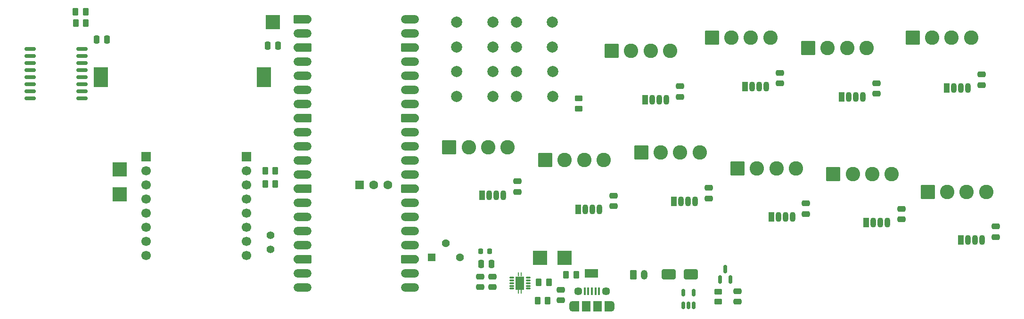
<source format=gbr>
%TF.GenerationSoftware,KiCad,Pcbnew,9.0.2*%
%TF.CreationDate,2025-05-27T01:48:19-04:00*%
%TF.ProjectId,JF-Clock_template_rpi,4a462d43-6c6f-4636-9b5f-74656d706c61,rev?*%
%TF.SameCoordinates,Original*%
%TF.FileFunction,Soldermask,Top*%
%TF.FilePolarity,Negative*%
%FSLAX46Y46*%
G04 Gerber Fmt 4.6, Leading zero omitted, Abs format (unit mm)*
G04 Created by KiCad (PCBNEW 9.0.2) date 2025-05-27 01:48:19*
%MOMM*%
%LPD*%
G01*
G04 APERTURE LIST*
G04 Aperture macros list*
%AMRoundRect*
0 Rectangle with rounded corners*
0 $1 Rounding radius*
0 $2 $3 $4 $5 $6 $7 $8 $9 X,Y pos of 4 corners*
0 Add a 4 corners polygon primitive as box body*
4,1,4,$2,$3,$4,$5,$6,$7,$8,$9,$2,$3,0*
0 Add four circle primitives for the rounded corners*
1,1,$1+$1,$2,$3*
1,1,$1+$1,$4,$5*
1,1,$1+$1,$6,$7*
1,1,$1+$1,$8,$9*
0 Add four rect primitives between the rounded corners*
20,1,$1+$1,$2,$3,$4,$5,0*
20,1,$1+$1,$4,$5,$6,$7,0*
20,1,$1+$1,$6,$7,$8,$9,0*
20,1,$1+$1,$8,$9,$2,$3,0*%
%AMFreePoly0*
4,1,37,0.800000,0.796148,0.878414,0.796148,1.032228,0.765552,1.177117,0.705537,1.307515,0.618408,1.418408,0.507515,1.505537,0.377117,1.565552,0.232228,1.596148,0.078414,1.596148,-0.078414,1.565552,-0.232228,1.505537,-0.377117,1.418408,-0.507515,1.307515,-0.618408,1.177117,-0.705537,1.032228,-0.765552,0.878414,-0.796148,0.800000,-0.796148,0.800000,-0.800000,-1.400000,-0.800000,
-1.403843,-0.796157,-1.439018,-0.796157,-1.511114,-0.766294,-1.566294,-0.711114,-1.596157,-0.639018,-1.596157,-0.603843,-1.600000,-0.600000,-1.600000,0.600000,-1.596157,0.603843,-1.596157,0.639018,-1.566294,0.711114,-1.511114,0.766294,-1.439018,0.796157,-1.403843,0.796157,-1.400000,0.800000,0.800000,0.800000,0.800000,0.796148,0.800000,0.796148,$1*%
%AMFreePoly1*
4,1,37,1.403843,0.796157,1.439018,0.796157,1.511114,0.766294,1.566294,0.711114,1.596157,0.639018,1.596157,0.603843,1.600000,0.600000,1.600000,-0.600000,1.596157,-0.603843,1.596157,-0.639018,1.566294,-0.711114,1.511114,-0.766294,1.439018,-0.796157,1.403843,-0.796157,1.400000,-0.800000,-0.800000,-0.800000,-0.800000,-0.796148,-0.878414,-0.796148,-1.032228,-0.765552,-1.177117,-0.705537,
-1.307515,-0.618408,-1.418408,-0.507515,-1.505537,-0.377117,-1.565552,-0.232228,-1.596148,-0.078414,-1.596148,0.078414,-1.565552,0.232228,-1.505537,0.377117,-1.418408,0.507515,-1.307515,0.618408,-1.177117,0.705537,-1.032228,0.765552,-0.878414,0.796148,-0.800000,0.796148,-0.800000,0.800000,1.400000,0.800000,1.403843,0.796157,1.403843,0.796157,$1*%
G04 Aperture macros list end*
%ADD10R,1.000000X1.500000*%
%ADD11R,1.700000X1.700000*%
%ADD12C,1.700000*%
%ADD13RoundRect,0.250000X0.250000X0.475000X-0.250000X0.475000X-0.250000X-0.475000X0.250000X-0.475000X0*%
%ADD14R,1.070000X1.800000*%
%ADD15O,1.070000X1.800000*%
%ADD16RoundRect,0.250000X-0.475000X0.250000X-0.475000X-0.250000X0.475000X-0.250000X0.475000X0.250000X0*%
%ADD17C,2.000000*%
%ADD18R,2.500000X2.500000*%
%ADD19RoundRect,0.250000X-1.050000X-1.050000X1.050000X-1.050000X1.050000X1.050000X-1.050000X1.050000X0*%
%ADD20C,2.600000*%
%ADD21RoundRect,0.250000X-0.450000X0.262500X-0.450000X-0.262500X0.450000X-0.262500X0.450000X0.262500X0*%
%ADD22RoundRect,0.250000X-0.262500X-0.450000X0.262500X-0.450000X0.262500X0.450000X-0.262500X0.450000X0*%
%ADD23RoundRect,0.102000X-0.611000X-0.611000X0.611000X-0.611000X0.611000X0.611000X-0.611000X0.611000X0*%
%ADD24C,1.426000*%
%ADD25FreePoly0,0.000000*%
%ADD26RoundRect,0.800000X-0.800000X-0.000010X0.800000X-0.000010X0.800000X0.000010X-0.800000X0.000010X0*%
%ADD27FreePoly1,0.000000*%
%ADD28RoundRect,0.200000X-0.600000X-0.600000X0.600000X-0.600000X0.600000X0.600000X-0.600000X0.600000X0*%
%ADD29C,1.600000*%
%ADD30RoundRect,0.250000X-0.350000X-0.625000X0.350000X-0.625000X0.350000X0.625000X-0.350000X0.625000X0*%
%ADD31O,1.200000X1.750000*%
%ADD32R,2.600000X3.600000*%
%ADD33RoundRect,0.150000X0.150000X-0.587500X0.150000X0.587500X-0.150000X0.587500X-0.150000X-0.587500X0*%
%ADD34RoundRect,0.250000X0.262500X0.450000X-0.262500X0.450000X-0.262500X-0.450000X0.262500X-0.450000X0*%
%ADD35RoundRect,0.218750X0.218750X0.256250X-0.218750X0.256250X-0.218750X-0.256250X0.218750X-0.256250X0*%
%ADD36R,0.280000X0.280000*%
%ADD37O,0.850000X0.280000*%
%ADD38C,0.600000*%
%ADD39R,0.680000X1.050000*%
%ADD40R,0.260000X0.500000*%
%ADD41R,0.280000X0.700000*%
%ADD42R,1.650000X2.400000*%
%ADD43R,0.400000X1.350000*%
%ADD44O,1.200000X1.900000*%
%ADD45R,1.200000X1.900000*%
%ADD46C,1.450000*%
%ADD47R,1.500000X1.900000*%
%ADD48RoundRect,0.150000X-0.875000X-0.150000X0.875000X-0.150000X0.875000X0.150000X-0.875000X0.150000X0*%
%ADD49RoundRect,0.250000X1.000000X0.650000X-1.000000X0.650000X-1.000000X-0.650000X1.000000X-0.650000X0*%
%ADD50C,1.400000*%
%ADD51RoundRect,0.150000X0.150000X-0.512500X0.150000X0.512500X-0.150000X0.512500X-0.150000X-0.512500X0*%
%ADD52RoundRect,0.250000X-0.250000X-0.475000X0.250000X-0.475000X0.250000X0.475000X-0.250000X0.475000X0*%
G04 APERTURE END LIST*
%TO.C,JP1*%
G36*
X186138000Y-128597000D02*
G01*
X185838000Y-128597000D01*
X185838000Y-127097000D01*
X186138000Y-127097000D01*
X186138000Y-128597000D01*
G37*
%TD*%
D10*
%TO.C,JP1*%
X186638000Y-127847000D03*
X185338000Y-127847000D03*
%TD*%
D11*
%TO.C,J14*%
X124015500Y-106860000D03*
D12*
X124015500Y-109400000D03*
X124015500Y-111940000D03*
X124015500Y-114480000D03*
X124015500Y-117020000D03*
X124015500Y-119560000D03*
X124015500Y-122100000D03*
X124015500Y-124640000D03*
%TD*%
D13*
%TO.C,C14*%
X168050000Y-126150000D03*
X166150000Y-126150000D03*
%TD*%
D14*
%TO.C,Dm6*%
X252345000Y-121850000D03*
D15*
X253615000Y-121850000D03*
X254885000Y-121850000D03*
X256155000Y-121850000D03*
%TD*%
D16*
%TO.C,C15*%
X168250000Y-128450000D03*
X168250000Y-130350000D03*
%TD*%
%TO.C,C3*%
X237250000Y-93650000D03*
X237250000Y-95550000D03*
%TD*%
D13*
%TO.C,C13*%
X129700000Y-86850000D03*
X127800000Y-86850000D03*
%TD*%
D17*
%TO.C,SW4*%
X172550000Y-91550000D03*
X179050000Y-91550000D03*
X172550000Y-96050000D03*
X179050000Y-96050000D03*
%TD*%
D18*
%TO.C,TP3*%
X176800000Y-125100000D03*
%TD*%
D16*
%TO.C,C12*%
X212250000Y-131050000D03*
X212250000Y-132950000D03*
%TD*%
D19*
%TO.C,J1*%
X189650000Y-87817500D03*
D20*
X193150000Y-87817500D03*
X196650000Y-87817500D03*
X200150000Y-87817500D03*
%TD*%
D21*
%TO.C,R1*%
X183750000Y-96387500D03*
X183750000Y-98212500D03*
%TD*%
D22*
%TO.C,R6*%
X127403000Y-109430000D03*
X129228000Y-109430000D03*
%TD*%
D14*
%TO.C,Dh1*%
X195640000Y-96617500D03*
D15*
X196910000Y-96617500D03*
X198180000Y-96617500D03*
X199450000Y-96617500D03*
%TD*%
D18*
%TO.C,TP5*%
X101265500Y-113660000D03*
%TD*%
%TO.C,TP1*%
X128750000Y-82600000D03*
%TD*%
D19*
%TO.C,J4*%
X243700000Y-85400000D03*
D20*
X247200000Y-85400000D03*
X250700000Y-85400000D03*
X254200000Y-85400000D03*
%TD*%
D16*
%TO.C,C10*%
X258655000Y-119400000D03*
X258655000Y-121300000D03*
%TD*%
%TO.C,C2*%
X219900000Y-91750000D03*
X219900000Y-93650000D03*
%TD*%
D19*
%TO.C,J8*%
X212250000Y-108950000D03*
D20*
X215750000Y-108950000D03*
X219250000Y-108950000D03*
X222750000Y-108950000D03*
%TD*%
D14*
%TO.C,Dm3*%
X200830000Y-114917500D03*
D15*
X202100000Y-114917500D03*
X203370000Y-114917500D03*
X204640000Y-114917500D03*
%TD*%
D18*
%TO.C,TP4*%
X101265500Y-109110000D03*
%TD*%
D17*
%TO.C,SW2*%
X172500000Y-82650000D03*
X179000000Y-82650000D03*
X172500000Y-87150000D03*
X179000000Y-87150000D03*
%TD*%
D23*
%TO.C,VR1*%
X157310000Y-124950000D03*
D24*
X159850000Y-122410000D03*
X162390000Y-124950000D03*
%TD*%
D16*
%TO.C,C1*%
X201900000Y-94167500D03*
X201900000Y-96067500D03*
%TD*%
D14*
%TO.C,Dm1*%
X166390000Y-113767500D03*
D15*
X167660000Y-113767500D03*
X168930000Y-113767500D03*
X170200000Y-113767500D03*
%TD*%
D25*
%TO.C,A1*%
X134060000Y-82095000D03*
D26*
X134060000Y-84635000D03*
D27*
X134060000Y-87175000D03*
D26*
X134060000Y-89715000D03*
X134060000Y-92255000D03*
X134060000Y-94795000D03*
X134060000Y-97335000D03*
D27*
X134060000Y-99875000D03*
D26*
X134060000Y-102415000D03*
X134060000Y-104955000D03*
X134060000Y-107495000D03*
X134060000Y-110035000D03*
D27*
X134060000Y-112575000D03*
D26*
X134060000Y-115115000D03*
X134060000Y-117655000D03*
X134060000Y-120195000D03*
X134060000Y-122735000D03*
D27*
X134060000Y-125275000D03*
D26*
X134060000Y-127815000D03*
X134060000Y-130355000D03*
X153440000Y-130355000D03*
X153440000Y-127815000D03*
D25*
X153440000Y-125275000D03*
D26*
X153440000Y-122735000D03*
X153440000Y-120195000D03*
X153440000Y-117655000D03*
X153440000Y-115115000D03*
D25*
X153440000Y-112575000D03*
D26*
X153440000Y-110035000D03*
X153440000Y-107495000D03*
X153440000Y-104955000D03*
X153440000Y-102415000D03*
D25*
X153440000Y-99875000D03*
D26*
X153440000Y-97335000D03*
X153440000Y-94795000D03*
X153440000Y-92255000D03*
X153440000Y-89715000D03*
D25*
X153440000Y-87175000D03*
D26*
X153440000Y-84635000D03*
X153440000Y-82095000D03*
D28*
X144334100Y-111925000D03*
D29*
X146874100Y-111925000D03*
X149414100Y-111925000D03*
%TD*%
D30*
%TO.C,J12*%
X193500000Y-128150000D03*
D31*
X195500000Y-128150000D03*
%TD*%
D32*
%TO.C,BT2*%
X127150000Y-92550000D03*
X97850000Y-92550000D03*
%TD*%
D17*
%TO.C,SW3*%
X161800000Y-91550000D03*
X168300000Y-91550000D03*
X161800000Y-96050000D03*
X168300000Y-96050000D03*
%TD*%
D14*
%TO.C,Dh3*%
X230990000Y-96100000D03*
D15*
X232260000Y-96100000D03*
X233530000Y-96100000D03*
X234800000Y-96100000D03*
%TD*%
D16*
%TO.C,C16*%
X166000000Y-128450000D03*
X166000000Y-130350000D03*
%TD*%
%TO.C,C9*%
X241700000Y-116232500D03*
X241700000Y-118132500D03*
%TD*%
D14*
%TO.C,Dm4*%
X218340000Y-117700000D03*
D15*
X219610000Y-117700000D03*
X220880000Y-117700000D03*
X222150000Y-117700000D03*
%TD*%
D33*
%TO.C,Q1*%
X209100000Y-128987500D03*
X211000000Y-128987500D03*
X210050000Y-127112500D03*
%TD*%
D22*
%TO.C,R7*%
X127403000Y-111730000D03*
X129228000Y-111730000D03*
%TD*%
D34*
%TO.C,R4*%
X178350500Y-129449500D03*
X176525500Y-129449500D03*
%TD*%
D16*
%TO.C,C4*%
X256080000Y-92070000D03*
X256080000Y-93970000D03*
%TD*%
D35*
%TO.C,L1*%
X167687500Y-123850000D03*
X166112500Y-123850000D03*
%TD*%
D21*
%TO.C,R3*%
X208750000Y-131125000D03*
X208750000Y-132950000D03*
%TD*%
D19*
%TO.C,J7*%
X194950000Y-106067500D03*
D20*
X198450000Y-106067500D03*
X201950000Y-106067500D03*
X205450000Y-106067500D03*
%TD*%
D11*
%TO.C,J13*%
X106015500Y-106830000D03*
D12*
X106015500Y-109370000D03*
X106015500Y-111910000D03*
X106015500Y-114450000D03*
X106015500Y-116990000D03*
X106015500Y-119530000D03*
X106015500Y-122070000D03*
X106015500Y-124610000D03*
%TD*%
D22*
%TO.C,R2*%
X181463000Y-128149500D03*
X183288000Y-128149500D03*
%TD*%
D17*
%TO.C,SW1*%
X161800000Y-82650000D03*
X168300000Y-82650000D03*
X161800000Y-87150000D03*
X168300000Y-87150000D03*
%TD*%
D16*
%TO.C,C11*%
X180488000Y-130799500D03*
X180488000Y-132699500D03*
%TD*%
D19*
%TO.C,J3*%
X224950000Y-87267500D03*
D20*
X228450000Y-87267500D03*
X231950000Y-87267500D03*
X235450000Y-87267500D03*
%TD*%
D19*
%TO.C,J9*%
X229450000Y-109950000D03*
D20*
X232950000Y-109950000D03*
X236450000Y-109950000D03*
X239950000Y-109950000D03*
%TD*%
D18*
%TO.C,TP2*%
X181200000Y-125100000D03*
%TD*%
D19*
%TO.C,J10*%
X246435000Y-113187500D03*
D20*
X249935000Y-113187500D03*
X253435000Y-113187500D03*
X256935000Y-113187500D03*
%TD*%
D36*
%TO.C,U2*%
X171378000Y-128599500D03*
D37*
X171663000Y-128599500D03*
D36*
X171378000Y-129099500D03*
D37*
X171663000Y-129099500D03*
D36*
X171378000Y-129599500D03*
D37*
X171663000Y-129599500D03*
D36*
X171378000Y-130099500D03*
D37*
X171663000Y-130099500D03*
D36*
X171378000Y-130599500D03*
D37*
X171663000Y-130599500D03*
X174613000Y-130599500D03*
D36*
X174898000Y-130599500D03*
D37*
X174613000Y-130099500D03*
D36*
X174898000Y-130099500D03*
D37*
X174613000Y-129599500D03*
D36*
X174898000Y-129599500D03*
D37*
X174613000Y-129099500D03*
D36*
X174898000Y-129099500D03*
D37*
X174613000Y-128599500D03*
D36*
X174898000Y-128599500D03*
D38*
X172638000Y-128849500D03*
X172638000Y-130349500D03*
D39*
X172688000Y-128964500D03*
X172688000Y-130234500D03*
D40*
X172888000Y-127969500D03*
D41*
X172888000Y-128049500D03*
X172888000Y-131149500D03*
D40*
X172888000Y-131229500D03*
D38*
X173138000Y-129599500D03*
D42*
X173138000Y-129599500D03*
D40*
X173388000Y-127969500D03*
D41*
X173388000Y-128049500D03*
X173388000Y-131149500D03*
D40*
X173388000Y-131229500D03*
D39*
X173588000Y-128964500D03*
X173588000Y-130234500D03*
D38*
X173638000Y-128849500D03*
X173638000Y-130349500D03*
%TD*%
D22*
%TO.C,R5*%
X176325500Y-132799500D03*
X178150500Y-132799500D03*
%TD*%
D43*
%TO.C,J11*%
X184788000Y-131049500D03*
X185438000Y-131049500D03*
X186088000Y-131049500D03*
X186738000Y-131049500D03*
X187388000Y-131049500D03*
D44*
X182588000Y-133749500D03*
D45*
X183188000Y-133749500D03*
D46*
X183588000Y-131049500D03*
D47*
X185088000Y-133749500D03*
X187088000Y-133749500D03*
D46*
X188588000Y-131049500D03*
D45*
X188988000Y-133749500D03*
D44*
X189588000Y-133749500D03*
%TD*%
D14*
%TO.C,Dm5*%
X235395000Y-118682500D03*
D15*
X236665000Y-118682500D03*
X237935000Y-118682500D03*
X239205000Y-118682500D03*
%TD*%
D16*
%TO.C,C7*%
X207114500Y-112453000D03*
X207114500Y-114353000D03*
%TD*%
D48*
%TO.C,U4*%
X85150000Y-87500000D03*
X85150000Y-88770000D03*
X85150000Y-90040000D03*
X85150000Y-91310000D03*
X85150000Y-92580000D03*
X85150000Y-93850000D03*
X85150000Y-95120000D03*
X85150000Y-96390000D03*
X94450000Y-96390000D03*
X94450000Y-95120000D03*
X94450000Y-93850000D03*
X94450000Y-92580000D03*
X94450000Y-91310000D03*
X94450000Y-90040000D03*
X94450000Y-88770000D03*
X94450000Y-87500000D03*
%TD*%
D19*
%TO.C,J2*%
X207650000Y-85400000D03*
D20*
X211150000Y-85400000D03*
X214650000Y-85400000D03*
X218150000Y-85400000D03*
%TD*%
D49*
%TO.C,D1*%
X203850000Y-128050000D03*
X199850000Y-128050000D03*
%TD*%
D50*
%TO.C,J15*%
X128315500Y-120980000D03*
X128315500Y-123520000D03*
%TD*%
D16*
%TO.C,C8*%
X224550000Y-115250000D03*
X224550000Y-117150000D03*
%TD*%
%TO.C,C6*%
X189950000Y-113867500D03*
X189950000Y-115767500D03*
%TD*%
%TO.C,C5*%
X172700000Y-111267500D03*
X172700000Y-113167500D03*
%TD*%
D14*
%TO.C,Dh2*%
X213595000Y-94200000D03*
D15*
X214865000Y-94200000D03*
X216135000Y-94200000D03*
X217405000Y-94200000D03*
%TD*%
D19*
%TO.C,J5*%
X160450000Y-105167500D03*
D20*
X163950000Y-105167500D03*
X167450000Y-105167500D03*
X170950000Y-105167500D03*
%TD*%
D19*
%TO.C,J6*%
X177700000Y-107467500D03*
D20*
X181200000Y-107467500D03*
X184700000Y-107467500D03*
X188200000Y-107467500D03*
%TD*%
D34*
%TO.C,R9*%
X95162500Y-82850000D03*
X93337500Y-82850000D03*
%TD*%
D14*
%TO.C,Dh4*%
X249840000Y-94532500D03*
D15*
X251110000Y-94532500D03*
X252380000Y-94532500D03*
X253650000Y-94532500D03*
%TD*%
D34*
%TO.C,R8*%
X95150000Y-80750000D03*
X93325000Y-80750000D03*
%TD*%
D51*
%TO.C,U1*%
X202500000Y-133637500D03*
X203450000Y-133637500D03*
X204400000Y-133637500D03*
X204400000Y-131362500D03*
X202500000Y-131362500D03*
%TD*%
D52*
%TO.C,C17*%
X97100000Y-85750000D03*
X99000000Y-85750000D03*
%TD*%
D14*
%TO.C,Dm2*%
X183660000Y-116317500D03*
D15*
X184930000Y-116317500D03*
X186200000Y-116317500D03*
X187470000Y-116317500D03*
%TD*%
M02*

</source>
